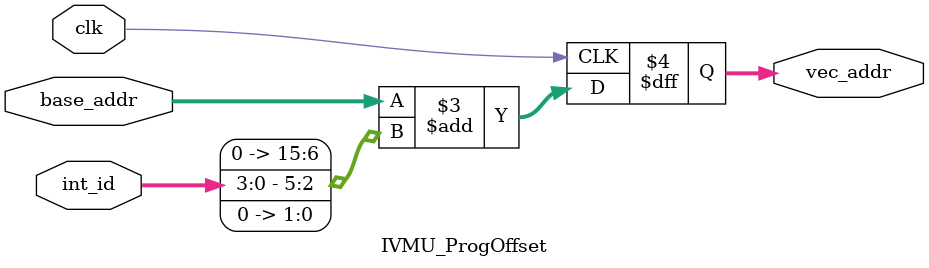
<source format=sv>
module IVMU_ProgOffset #(parameter OFFSET_W=16) (
    input clk,
    input [OFFSET_W-1:0] base_addr,
    input [3:0] int_id,
    output reg [OFFSET_W-1:0] vec_addr
);
always @(posedge clk) begin
    vec_addr <= base_addr + (int_id << 2);
end
endmodule

</source>
